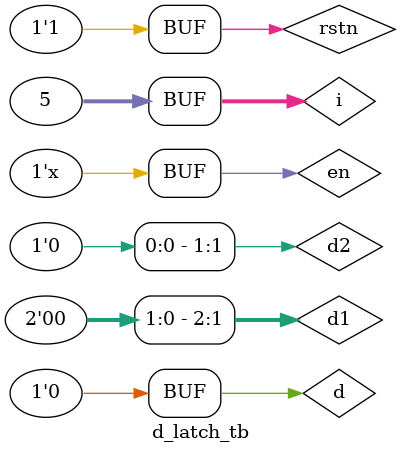
<source format=v>
module d_latch_tb;
  reg d,en,rstn;
  reg[2:0] d1;
  reg[1:0]d2;
  integer i;
  d_latch abc(.d(d),.en(en),.rstn(rstn),.q(q));
              initial begin
                d<=0;
                en<=0;
                rstn<=0;
                #10 rstn<=1;
                for(i=0;i<5;i=i+1)begin;
                d1=$random;
                d2=$random;
                #(d2)en<=~en;
                  #(d1)d<=i;
                end
              end
                initial begin
                   $dumpfile("d_latch.vcd");
                  $dumpvars();

                end

              endmodule
</source>
